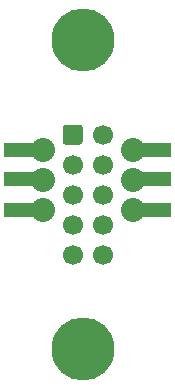
<source format=gbr>
%TF.GenerationSoftware,KiCad,Pcbnew,(5.1.8)-1*%
%TF.CreationDate,2021-11-24T15:46:08-08:00*%
%TF.ProjectId,ISP_SMT_Pogo_10p,4953505f-534d-4545-9f50-6f676f5f3130,rev?*%
%TF.SameCoordinates,Original*%
%TF.FileFunction,Soldermask,Bot*%
%TF.FilePolarity,Negative*%
%FSLAX46Y46*%
G04 Gerber Fmt 4.6, Leading zero omitted, Abs format (unit mm)*
G04 Created by KiCad (PCBNEW (5.1.8)-1) date 2021-11-24 15:46:08*
%MOMM*%
%LPD*%
G01*
G04 APERTURE LIST*
%ADD10R,2.540000X1.270000*%
%ADD11C,2.032000*%
%ADD12C,1.700000*%
%ADD13C,5.334000*%
G04 APERTURE END LIST*
D10*
%TO.C,J1*%
X131360000Y-78115000D03*
X131360000Y-83215000D03*
X131360000Y-80615000D03*
X142960000Y-80615000D03*
X142960000Y-83215000D03*
X142960000Y-78115000D03*
D11*
X140970000Y-83185000D03*
X140970000Y-80645000D03*
X133350000Y-83185000D03*
X133350000Y-80645000D03*
X133350000Y-78105000D03*
X140970000Y-78105000D03*
%TD*%
D12*
%TO.C,J2*%
X138430000Y-86995000D03*
X138430000Y-84455000D03*
X138430000Y-81915000D03*
X138430000Y-79375000D03*
X138430000Y-76835000D03*
X135890000Y-86995000D03*
X135890000Y-84455000D03*
X135890000Y-81915000D03*
X135890000Y-79375000D03*
G36*
G01*
X135040000Y-77435000D02*
X135040000Y-76235000D01*
G75*
G02*
X135290000Y-75985000I250000J0D01*
G01*
X136490000Y-75985000D01*
G75*
G02*
X136740000Y-76235000I0J-250000D01*
G01*
X136740000Y-77435000D01*
G75*
G02*
X136490000Y-77685000I-250000J0D01*
G01*
X135290000Y-77685000D01*
G75*
G02*
X135040000Y-77435000I0J250000D01*
G01*
G37*
%TD*%
D13*
%TO.C,H2*%
X136779000Y-68834000D03*
%TD*%
%TO.C,H1*%
X136779000Y-94996000D03*
%TD*%
M02*

</source>
